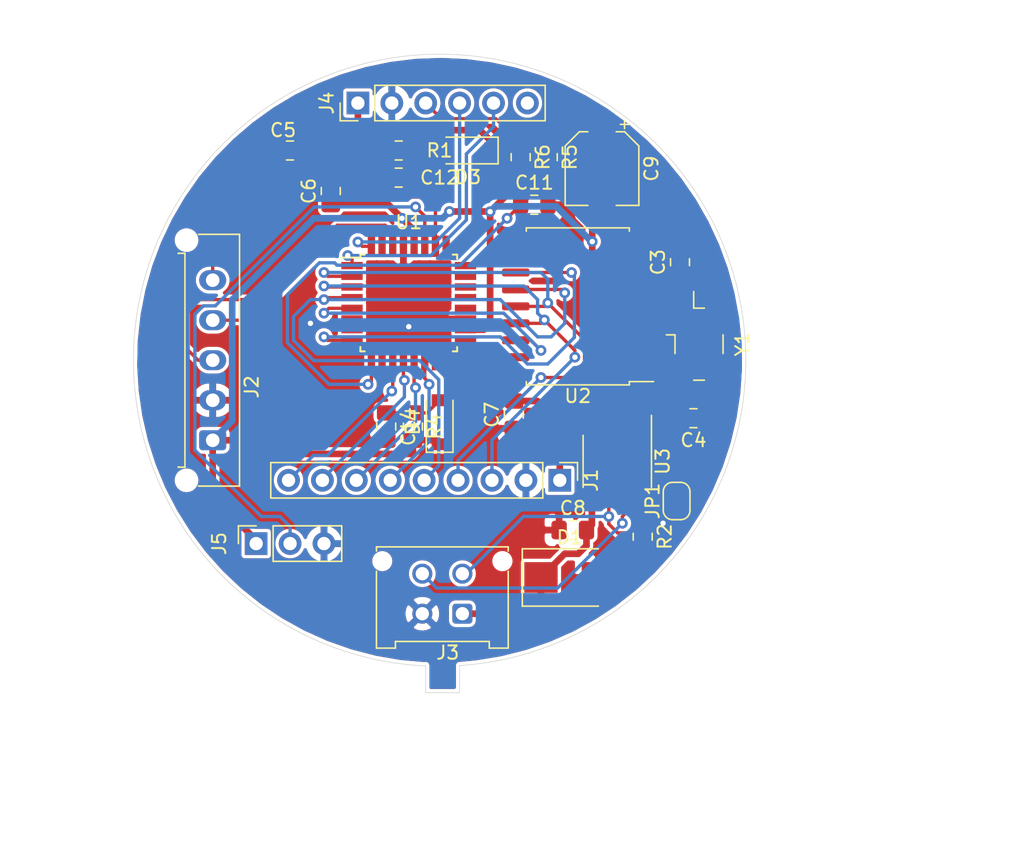
<source format=kicad_pcb>
(kicad_pcb (version 20171130) (host pcbnew "(5.1.12-1-10_14)")
  (layers (0 F.Cu signal) (31 B.Cu signal) (34 B.Paste user) (35 F.Paste user) (36 B.SilkS user) (37 F.SilkS user) (38 B.Mask user) (39 F.Mask user) (44 Edge.Cuts user))
  (net 0 "")
  (net 1 "Net-(U2-Pad2)")
  (net 2 "Net-(U2-Pad1)")
  (net 3 GND)
  (net 4 "Net-(C3-Pad1)")
  (net 5 "Net-(C4-Pad1)")
  (net 6 D6)
  (net 7 D7)
  (net 8 SCK)
  (net 9 MOSI)
  (net 10 MISO)
  (net 11 +5V)
  (net 12 CAN_H)
  (net 13 "Net-(JP1-Pad1)")
  (net 14 RESET)
  (net 15 CAN_L)
  (net 16 D2)
  (net 17 TXD)
  (net 18 RXD)
  (net 19 SCL)
  (net 20 SDA)
  (net 21 SS)
  (net 22 D9)
  (net 23 D8)
  (net 24 D3)
  (net 25 "Net-(C5-Pad1)")
  (net 26 KEY)
  (net 27 "Net-(C14-Pad1)")
  (net 28 UPDI)
  (module Crystal:Crystal_SMD_EuroQuartz_MJ-4Pin_5.0x3.2mm_HandSoldering (layer F.Cu) (at 176.431 90.717 270)
    (fp_text reference Y1 (at 0 -3.25 90) (layer F.SilkS))
    (fp_text value Crystal_GND24)
    (pad 4 smd rect (at -2.325 -1.425 270) (size 2.85 1.65) (layers F.Cu F.Paste F.Mask) (net 3 GND))
    (pad 3 smd rect (at 2.325 -1.425 270) (size 2.85 1.65) (layers F.Cu F.Paste F.Mask) (net 5 "Net-(C4-Pad1)"))
    (pad 2 smd rect (at 2.325 1.425 270) (size 2.85 1.65) (layers F.Cu F.Paste F.Mask) (net 3 GND))
    (pad 1 smd rect (at -2.325 1.425 270) (size 2.85 1.65) (layers F.Cu F.Paste F.Mask) (net 4 "Net-(C3-Pad1)"))
  )
  (module Package_SO:SOIC-18W_7.5x11.6mm_P1.27mm (layer F.Cu) (at 167.35 87.884 180)
    (fp_text reference U2 (at 0 -6.72) (layer F.SilkS))
    (fp_text value MCP2515-xSO)
    (pad 18 smd roundrect (at 4.65 -5.08 180) (size 2.05 0.6) (layers F.Cu F.Paste F.Mask) (net 11 +5V))
    (pad 17 smd roundrect (at 4.65 -3.81 180) (size 2.05 0.6) (layers F.Cu F.Paste F.Mask) (net 27 "Net-(C14-Pad1)"))
    (pad 16 smd roundrect (at 4.65 -2.54 180) (size 2.05 0.6) (layers F.Cu F.Paste F.Mask) (net 21 SS))
    (pad 15 smd roundrect (at 4.65 -1.27 180) (size 2.05 0.6) (layers F.Cu F.Paste F.Mask) (net 10 MISO))
    (pad 14 smd roundrect (at 4.65 0 180) (size 2.05 0.6) (layers F.Cu F.Paste F.Mask) (net 9 MOSI))
    (pad 13 smd roundrect (at 4.65 1.27 180) (size 2.05 0.6) (layers F.Cu F.Paste F.Mask) (net 8 SCK))
    (pad 12 smd roundrect (at 4.65 2.54 180) (size 2.05 0.6) (layers F.Cu F.Paste F.Mask) (net 16 D2))
    (pad 11 smd roundrect (at 4.65 3.81 180) (size 2.05 0.6) (layers F.Cu F.Paste F.Mask))
    (pad 10 smd roundrect (at 4.65 5.08 180) (size 2.05 0.6) (layers F.Cu F.Paste F.Mask))
    (pad 9 smd roundrect (at -4.65 5.08 180) (size 2.05 0.6) (layers F.Cu F.Paste F.Mask) (net 3 GND))
    (pad 8 smd roundrect (at -4.65 3.81 180) (size 2.05 0.6) (layers F.Cu F.Paste F.Mask) (net 4 "Net-(C3-Pad1)"))
    (pad 7 smd roundrect (at -4.65 2.54 180) (size 2.05 0.6) (layers F.Cu F.Paste F.Mask) (net 5 "Net-(C4-Pad1)"))
    (pad 6 smd roundrect (at -4.65 1.27 180) (size 2.05 0.6) (layers F.Cu F.Paste F.Mask))
    (pad 5 smd roundrect (at -4.65 0 180) (size 2.05 0.6) (layers F.Cu F.Paste F.Mask))
    (pad 4 smd roundrect (at -4.65 -1.27 180) (size 2.05 0.6) (layers F.Cu F.Paste F.Mask))
    (pad 3 smd roundrect (at -4.65 -2.54 180) (size 2.05 0.6) (layers F.Cu F.Paste F.Mask))
    (pad 2 smd roundrect (at -4.65 -3.81 180) (size 2.05 0.6) (layers F.Cu F.Paste F.Mask) (net 1 "Net-(U2-Pad2)"))
    (pad 1 smd roundrect (at -4.65 -5.08 180) (size 2.05 0.6) (layers F.Cu F.Paste F.Mask) (net 2 "Net-(U2-Pad1)"))
  )
  (module Connector_PinSocket_2.54mm:PinSocket_1x03_P2.54mm_Vertical (layer F.Cu) (at 143.256 105.664 90)
    (fp_text reference J5 (at 0 -2.77 90) (layer F.SilkS))
    (fp_text value Conn_01x03)
    (pad 3 thru_hole oval (at 0 5.08 90) (size 1.7 1.7) (drill 1) (layers *.Cu *.Mask) (net 3 GND))
    (pad 2 thru_hole oval (at 0 2.54 90) (size 1.7 1.7) (drill 1) (layers *.Cu *.Mask) (net 28 UPDI))
    (pad 1 thru_hole rect (at 0 0 90) (size 1.7 1.7) (drill 1) (layers *.Cu *.Mask) (net 11 +5V))
  )
  (module Package_QFP:TQFP-32_7x7mm_P0.8mm (layer F.Cu) (at 154.686 87.63)
    (fp_text reference U1 (at 0 -6.05) (layer F.SilkS))
    (fp_text value ATmega4808-A)
    (pad 32 smd rect (at -2.8 -4.25 90) (size 1.6 0.55) (layers F.Cu F.Paste F.Mask) (net 20 SDA))
    (pad 31 smd rect (at -2 -4.25 90) (size 1.6 0.55) (layers F.Cu F.Paste F.Mask) (net 18 RXD))
    (pad 30 smd rect (at -1.2 -4.25 90) (size 1.6 0.55) (layers F.Cu F.Paste F.Mask) (net 17 TXD))
    (pad 29 smd rect (at -0.4 -4.25 90) (size 1.6 0.55) (layers F.Cu F.Paste F.Mask) (net 3 GND))
    (pad 28 smd rect (at 0.4 -4.25 90) (size 1.6 0.55) (layers F.Cu F.Paste F.Mask) (net 11 +5V))
    (pad 27 smd rect (at 1.2 -4.25 90) (size 1.6 0.55) (layers F.Cu F.Paste F.Mask) (net 28 UPDI))
    (pad 26 smd rect (at 2 -4.25 90) (size 1.6 0.55) (layers F.Cu F.Paste F.Mask) (net 14 RESET))
    (pad 25 smd rect (at 2.8 -4.25 90) (size 1.6 0.55) (layers F.Cu F.Paste F.Mask))
    (pad 24 smd rect (at 4.25 -2.8) (size 1.6 0.55) (layers F.Cu F.Paste F.Mask))
    (pad 23 smd rect (at 4.25 -2) (size 1.6 0.55) (layers F.Cu F.Paste F.Mask))
    (pad 22 smd rect (at 4.25 -1.2) (size 1.6 0.55) (layers F.Cu F.Paste F.Mask))
    (pad 21 smd rect (at 4.25 -0.4) (size 1.6 0.55) (layers F.Cu F.Paste F.Mask))
    (pad 20 smd rect (at 4.25 0.4) (size 1.6 0.55) (layers F.Cu F.Paste F.Mask))
    (pad 19 smd rect (at 4.25 1.2) (size 1.6 0.55) (layers F.Cu F.Paste F.Mask) (net 3 GND))
    (pad 18 smd rect (at 4.25 2) (size 1.6 0.55) (layers F.Cu F.Paste F.Mask) (net 11 +5V))
    (pad 17 smd rect (at 4.25 2.8) (size 1.6 0.55) (layers F.Cu F.Paste F.Mask))
    (pad 16 smd rect (at 2.8 4.25 90) (size 1.6 0.55) (layers F.Cu F.Paste F.Mask))
    (pad 15 smd rect (at 2 4.25 90) (size 1.6 0.55) (layers F.Cu F.Paste F.Mask))
    (pad 14 smd rect (at 1.2 4.25 90) (size 1.6 0.55) (layers F.Cu F.Paste F.Mask) (net 22 D9))
    (pad 13 smd rect (at 0.4 4.25 90) (size 1.6 0.55) (layers F.Cu F.Paste F.Mask) (net 23 D8))
    (pad 12 smd rect (at -0.4 4.25 90) (size 1.6 0.55) (layers F.Cu F.Paste F.Mask) (net 7 D7))
    (pad 11 smd rect (at -1.2 4.25 90) (size 1.6 0.55) (layers F.Cu F.Paste F.Mask) (net 6 D6))
    (pad 10 smd rect (at -2 4.25 90) (size 1.6 0.55) (layers F.Cu F.Paste F.Mask))
    (pad 9 smd rect (at -2.8 4.25 90) (size 1.6 0.55) (layers F.Cu F.Paste F.Mask) (net 24 D3))
    (pad 8 smd rect (at -4.25 2.8) (size 1.6 0.55) (layers F.Cu F.Paste F.Mask) (net 16 D2))
    (pad 7 smd rect (at -4.25 2) (size 1.6 0.55) (layers F.Cu F.Paste F.Mask))
    (pad 6 smd rect (at -4.25 1.2) (size 1.6 0.55) (layers F.Cu F.Paste F.Mask))
    (pad 5 smd rect (at -4.25 0.4) (size 1.6 0.55) (layers F.Cu F.Paste F.Mask) (net 21 SS))
    (pad 4 smd rect (at -4.25 -0.4) (size 1.6 0.55) (layers F.Cu F.Paste F.Mask) (net 8 SCK))
    (pad 3 smd rect (at -4.25 -1.2) (size 1.6 0.55) (layers F.Cu F.Paste F.Mask) (net 10 MISO))
    (pad 2 smd rect (at -4.25 -2) (size 1.6 0.55) (layers F.Cu F.Paste F.Mask) (net 9 MOSI))
    (pad 1 smd rect (at -4.25 -2.8) (size 1.6 0.55) (layers F.Cu F.Paste F.Mask) (net 19 SCL))
  )
  (module Diode_SMD:D_SMB (layer F.Cu) (at 166.742 108.204)
    (fp_text reference D1 (at 0 -3) (layer F.SilkS))
    (fp_text value D_TVS)
    (pad 2 smd rect (at 2.15 0) (size 2.5 2.3) (layers F.Cu F.Paste F.Mask) (net 3 GND))
    (pad 1 smd rect (at -2.15 0) (size 2.5 2.3) (layers F.Cu F.Paste F.Mask) (net 11 +5V))
  )
  (module Capacitor_SMD:CP_Elec_5x3.9 (layer F.Cu) (at 169.164 77.556 270)
    (fp_text reference C9 (at 0 -3.7 90) (layer F.SilkS))
    (fp_text value CP)
    (pad 2 smd roundrect (at 2.2 0 270) (size 3 1.6) (layers F.Cu F.Paste F.Mask) (roundrect_rratio 0.15625) (net 3 GND))
    (pad 1 smd roundrect (at -2.2 0 270) (size 3 1.6) (layers F.Cu F.Paste F.Mask) (roundrect_rratio 0.15625) (net 11 +5V))
  )
  (module Connector_PinHeader_2.54mm:PinHeader_1x06_P2.54mm_Vertical (layer F.Cu) (at 150.876 72.644 90)
    (fp_text reference J4 (at 0 -2.33 90) (layer F.SilkS))
    (fp_text value Conn_01x06)
    (pad 6 thru_hole oval (at 0 12.7 90) (size 1.7 1.7) (drill 1) (layers *.Cu *.Mask))
    (pad 5 thru_hole oval (at 0 10.16 90) (size 1.7 1.7) (drill 1) (layers *.Cu *.Mask) (net 19 SCL))
    (pad 4 thru_hole oval (at 0 7.62 90) (size 1.7 1.7) (drill 1) (layers *.Cu *.Mask) (net 20 SDA))
    (pad 3 thru_hole oval (at 0 5.08 90) (size 1.7 1.7) (drill 1) (layers *.Cu *.Mask) (net 26 KEY))
    (pad 2 thru_hole oval (at 0 2.54 90) (size 1.7 1.7) (drill 1) (layers *.Cu *.Mask) (net 3 GND))
    (pad 1 thru_hole rect (at 0 0 90) (size 1.7 1.7) (drill 1) (layers *.Cu *.Mask) (net 11 +5V))
  )
  (module Connector_PinHeader_2.54mm:PinHeader_1x09_P2.54mm_Vertical (layer F.Cu) (at 166 100.92 270)
    (fp_text reference J1 (at 0 -2.33 90) (layer F.SilkS))
    (fp_text value Conn_01x09)
    (pad 9 thru_hole oval (at 0 20.32 270) (size 1.7 1.7) (drill 1) (layers *.Cu *.Mask) (net 6 D6))
    (pad 8 thru_hole oval (at 0 17.78 270) (size 1.7 1.7) (drill 1) (layers *.Cu *.Mask) (net 7 D7))
    (pad 7 thru_hole oval (at 0 15.24 270) (size 1.7 1.7) (drill 1) (layers *.Cu *.Mask) (net 23 D8))
    (pad 6 thru_hole oval (at 0 12.7 270) (size 1.7 1.7) (drill 1) (layers *.Cu *.Mask) (net 22 D9))
    (pad 5 thru_hole oval (at 0 10.16 270) (size 1.7 1.7) (drill 1) (layers *.Cu *.Mask) (net 8 SCK))
    (pad 4 thru_hole oval (at 0 7.62 270) (size 1.7 1.7) (drill 1) (layers *.Cu *.Mask) (net 9 MOSI))
    (pad 3 thru_hole oval (at 0 5.08 270) (size 1.7 1.7) (drill 1) (layers *.Cu *.Mask) (net 10 MISO))
    (pad 2 thru_hole oval (at 0 2.54 270) (size 1.7 1.7) (drill 1) (layers *.Cu *.Mask) (net 3 GND))
    (pad 1 thru_hole rect (at 0 0 270) (size 1.7 1.7) (drill 1) (layers *.Cu *.Mask) (net 11 +5V))
  )
  (module Resistor_SMD:R_0805_2012Metric_Pad1.15x1.40mm_HandSolder (layer F.Cu) (at 163.068 76.699 270)
    (fp_text reference R6 (at 0 -1.65 90) (layer F.SilkS))
    (fp_text value 1k)
    (pad 2 smd roundrect (at 1.025 0 270) (size 1.15 1.4) (layers F.Cu F.Paste F.Mask) (roundrect_rratio 0.2173904347826087) (net 11 +5V))
    (pad 1 smd roundrect (at -1.025 0 270) (size 1.15 1.4) (layers F.Cu F.Paste F.Mask) (roundrect_rratio 0.2173904347826087) (net 26 KEY))
  )
  (module Resistor_SMD:R_0805_2012Metric_Pad1.15x1.40mm_HandSolder (layer F.Cu) (at 165.1 76.699 270)
    (fp_text reference R5 (at 0 -1.65 90) (layer F.SilkS))
    (fp_text value 10k)
    (pad 2 smd roundrect (at 1.025 0 270) (size 1.15 1.4) (layers F.Cu F.Paste F.Mask) (roundrect_rratio 0.2173904347826087) (net 24 D3))
    (pad 1 smd roundrect (at -1.025 0 270) (size 1.15 1.4) (layers F.Cu F.Paste F.Mask) (roundrect_rratio 0.2173904347826087) (net 26 KEY))
  )
  (module Resistor_SMD:R_0805_2012Metric_Pad1.15x1.40mm_HandSolder (layer F.Cu) (at 155 96.895 270)
    (fp_text reference R4 (at 0 -1.65 90) (layer F.SilkS))
    (fp_text value 10k)
    (pad 2 smd roundrect (at 1.025 0 270) (size 1.15 1.4) (layers F.Cu F.Paste F.Mask) (roundrect_rratio 0.2173904347826087) (net 11 +5V))
    (pad 1 smd roundrect (at -1.025 0 270) (size 1.15 1.4) (layers F.Cu F.Paste F.Mask) (roundrect_rratio 0.2173904347826087) (net 27 "Net-(C14-Pad1)"))
  )
  (module Resistor_SMD:R_0805_2012Metric_Pad1.15x1.40mm_HandSolder (layer F.Cu) (at 172.212 105.147 270)
    (fp_text reference R2 (at 0 -1.65 90) (layer F.SilkS))
    (fp_text value 120)
    (pad 2 smd roundrect (at 1.025 0 270) (size 1.15 1.4) (layers F.Cu F.Paste F.Mask) (roundrect_rratio 0.2173904347826087) (net 13 "Net-(JP1-Pad1)"))
    (pad 1 smd roundrect (at -1.025 0 270) (size 1.15 1.4) (layers F.Cu F.Paste F.Mask) (roundrect_rratio 0.2173904347826087) (net 15 CAN_L))
  )
  (module Resistor_SMD:R_0805_2012Metric_Pad1.15x1.40mm_HandSolder (layer F.Cu) (at 153.933 76.2)
    (fp_text reference R1 (at 3.057 0) (layer F.SilkS))
    (fp_text value 10k)
    (pad 2 smd roundrect (at 1.025 0) (size 1.15 1.4) (layers F.Cu F.Paste F.Mask) (roundrect_rratio 0.2173904347826087) (net 14 RESET))
    (pad 1 smd roundrect (at -1.025 0) (size 1.15 1.4) (layers F.Cu F.Paste F.Mask) (roundrect_rratio 0.2173904347826087) (net 11 +5V))
  )
  (module Jumper:SolderJumper-2_P1.3mm_Open_RoundedPad1.0x1.5mm (layer F.Cu) (at 174.752 102.474 90)
    (fp_text reference JP1 (at 0 -1.8 90) (layer F.SilkS))
    (fp_text value Jumper_NC_Small)
    (pad 2 smd custom (at 0.65 0 90) (size 1 0.5) (layers F.Cu F.Mask) (net 12 CAN_H) (options (clearance outline) (anchor rect)) (primitives (gr_circle (center 0 0.25) (end 0.5 0.25) (width 0)) (gr_circle (center 0 -0.25) (end 0.5 -0.25) (width 0)) (gr_poly (pts (xy 0 -0.75) (xy -0.5 -0.75) (xy -0.5 0.75) (xy 0 0.75)) (width 0))))
    (pad 1 smd custom (at -0.65 0 90) (size 1 0.5) (layers F.Cu F.Mask) (net 13 "Net-(JP1-Pad1)") (options (clearance outline) (anchor rect)) (primitives (gr_circle (center 0 0.25) (end 0.5 0.25) (width 0)) (gr_circle (center 0 -0.25) (end 0.5 -0.25) (width 0)) (gr_poly (pts (xy 0 -0.75) (xy 0.5 -0.75) (xy 0.5 0.75) (xy 0 0.75)) (width 0))))
  )
  (module Diode_SMD:D_SOD-123 (layer F.Cu) (at 157 96.57 90)
    (fp_text reference D4 (at 0 -2 90) (layer F.SilkS))
    (fp_text value 1N5818)
    (pad 2 smd rect (at 1.65 0 90) (size 0.9 1.2) (layers F.Cu F.Paste F.Mask) (net 27 "Net-(C14-Pad1)"))
    (pad 1 smd rect (at -1.65 0 90) (size 0.9 1.2) (layers F.Cu F.Paste F.Mask) (net 11 +5V))
  )
  (module Diode_SMD:D_SOD-123 (layer F.Cu) (at 159.13 76.2 180)
    (fp_text reference D3 (at 0 -2) (layer F.SilkS))
    (fp_text value 1N5818)
    (pad 2 smd rect (at 1.65 0 180) (size 0.9 1.2) (layers F.Cu F.Paste F.Mask) (net 14 RESET))
    (pad 1 smd rect (at -1.65 0 180) (size 0.9 1.2) (layers F.Cu F.Paste F.Mask) (net 11 +5V))
  )
  (module Capacitor_SMD:C_0805_2012Metric_Pad1.15x1.40mm_HandSolder (layer F.Cu) (at 153 96.895 270)
    (fp_text reference C14 (at 0 -1.65 90) (layer F.SilkS))
    (fp_text value 4.7nF)
    (pad 2 smd roundrect (at 1.025 0 270) (size 1.15 1.4) (layers F.Cu F.Paste F.Mask) (roundrect_rratio 0.2173904347826087) (net 3 GND))
    (pad 1 smd roundrect (at -1.025 0 270) (size 1.15 1.4) (layers F.Cu F.Paste F.Mask) (roundrect_rratio 0.2173904347826087) (net 27 "Net-(C14-Pad1)"))
  )
  (module Capacitor_SMD:C_0805_2012Metric_Pad1.15x1.40mm_HandSolder (layer F.Cu) (at 153.933 78.232)
    (fp_text reference C12 (at 3.057 0) (layer F.SilkS))
    (fp_text value 4.7nF)
    (pad 2 smd roundrect (at 1.025 0) (size 1.15 1.4) (layers F.Cu F.Paste F.Mask) (roundrect_rratio 0.2173904347826087) (net 14 RESET))
    (pad 1 smd roundrect (at -1.025 0) (size 1.15 1.4) (layers F.Cu F.Paste F.Mask) (roundrect_rratio 0.2173904347826087) (net 3 GND))
  )
  (module Capacitor_SMD:C_0805_2012Metric_Pad1.15x1.40mm_HandSolder (layer F.Cu) (at 164.093 80.264)
    (fp_text reference C11 (at 0 -1.65) (layer F.SilkS))
    (fp_text value 100n)
    (pad 2 smd roundrect (at 1.025 0) (size 1.15 1.4) (layers F.Cu F.Paste F.Mask) (roundrect_rratio 0.2173904347826087) (net 3 GND))
    (pad 1 smd roundrect (at -1.025 0) (size 1.15 1.4) (layers F.Cu F.Paste F.Mask) (roundrect_rratio 0.2173904347826087) (net 24 D3))
  )
  (module Capacitor_SMD:C_0805_2012Metric_Pad1.15x1.40mm_HandSolder (layer F.Cu) (at 166.975 104.648)
    (fp_text reference C8 (at 0 -1.65) (layer F.SilkS))
    (fp_text value 100n)
    (pad 2 smd roundrect (at 1.025 0) (size 1.15 1.4) (layers F.Cu F.Paste F.Mask) (roundrect_rratio 0.2173904347826087) (net 11 +5V))
    (pad 1 smd roundrect (at -1.025 0) (size 1.15 1.4) (layers F.Cu F.Paste F.Mask) (roundrect_rratio 0.2173904347826087) (net 3 GND))
  )
  (module Capacitor_SMD:C_0805_2012Metric_Pad1.15x1.40mm_HandSolder (layer F.Cu) (at 162.56 96.003 90)
    (fp_text reference C7 (at 0 -1.65 90) (layer F.SilkS))
    (fp_text value 100n)
    (pad 2 smd roundrect (at 1.025 0 90) (size 1.15 1.4) (layers F.Cu F.Paste F.Mask) (roundrect_rratio 0.2173904347826087) (net 11 +5V))
    (pad 1 smd roundrect (at -1.025 0 90) (size 1.15 1.4) (layers F.Cu F.Paste F.Mask) (roundrect_rratio 0.2173904347826087) (net 3 GND))
  )
  (module Capacitor_SMD:C_0805_2012Metric_Pad1.15x1.40mm_HandSolder (layer F.Cu) (at 148.844 79.239 90)
    (fp_text reference C6 (at 0 -1.65 90) (layer F.SilkS))
    (fp_text value 100n)
    (pad 2 smd roundrect (at 1.025 0 90) (size 1.15 1.4) (layers F.Cu F.Paste F.Mask) (roundrect_rratio 0.2173904347826087) (net 3 GND))
    (pad 1 smd roundrect (at -1.025 0 90) (size 1.15 1.4) (layers F.Cu F.Paste F.Mask) (roundrect_rratio 0.2173904347826087) (net 11 +5V))
  )
  (module Capacitor_SMD:C_0805_2012Metric_Pad1.15x1.40mm_HandSolder (layer F.Cu) (at 145.787 76.2)
    (fp_text reference C5 (at -0.517 -1.524) (layer F.SilkS))
    (fp_text value 100n)
    (pad 2 smd roundrect (at 1.025 0) (size 1.15 1.4) (layers F.Cu F.Paste F.Mask) (roundrect_rratio 0.2173904347826087) (net 14 RESET))
    (pad 1 smd roundrect (at -1.025 0) (size 1.15 1.4) (layers F.Cu F.Paste F.Mask) (roundrect_rratio 0.2173904347826087) (net 25 "Net-(C5-Pad1)"))
  )
  (module Capacitor_SMD:C_0805_2012Metric_Pad1.15x1.40mm_HandSolder (layer F.Cu) (at 176.013 96.266 180)
    (fp_text reference C4 (at 0 -1.65) (layer F.SilkS))
    (fp_text value 22p)
    (pad 2 smd roundrect (at 1.025 0 180) (size 1.15 1.4) (layers F.Cu F.Paste F.Mask) (roundrect_rratio 0.2173904347826087) (net 3 GND))
    (pad 1 smd roundrect (at -1.025 0 180) (size 1.15 1.4) (layers F.Cu F.Paste F.Mask) (roundrect_rratio 0.2173904347826087) (net 5 "Net-(C4-Pad1)"))
  )
  (module Capacitor_SMD:C_0805_2012Metric_Pad1.15x1.40mm_HandSolder (layer F.Cu) (at 175.006 84.573 90)
    (fp_text reference C3 (at 0 -1.65 90) (layer F.SilkS))
    (fp_text value 22p)
    (pad 2 smd roundrect (at 1.025 0 90) (size 1.15 1.4) (layers F.Cu F.Paste F.Mask) (roundrect_rratio 0.2173904347826087) (net 3 GND))
    (pad 1 smd roundrect (at -1.025 0 90) (size 1.15 1.4) (layers F.Cu F.Paste F.Mask) (roundrect_rratio 0.2173904347826087) (net 4 "Net-(C3-Pad1)"))
  )
  (module Package_SO:SOIC-8_3.9x4.9mm_P1.27mm (layer F.Cu) (at 170.307 99.503 270)
    (fp_text reference U3 (at 0 -3.4 90) (layer F.SilkS))
    (fp_text value MCP2562-E-SN)
    (pad 8 smd roundrect (at 2.475 -1.905 270) (size 1.95 0.6) (layers F.Cu F.Paste F.Mask) (net 3 GND))
    (pad 7 smd roundrect (at 2.475 -0.635 270) (size 1.95 0.6) (layers F.Cu F.Paste F.Mask) (net 12 CAN_H))
    (pad 6 smd roundrect (at 2.475 0.635 270) (size 1.95 0.6) (layers F.Cu F.Paste F.Mask) (net 15 CAN_L))
    (pad 5 smd roundrect (at 2.475 1.905 270) (size 1.95 0.6) (layers F.Cu F.Paste F.Mask) (net 11 +5V))
    (pad 4 smd roundrect (at -2.475 1.905 270) (size 1.95 0.6) (layers F.Cu F.Paste F.Mask) (net 1 "Net-(U2-Pad2)"))
    (pad 3 smd roundrect (at -2.475 0.635 270) (size 1.95 0.6) (layers F.Cu F.Paste F.Mask) (net 11 +5V))
    (pad 2 smd roundrect (at -2.475 -0.635 270) (size 1.95 0.6) (layers F.Cu F.Paste F.Mask) (net 3 GND))
    (pad 1 smd roundrect (at -2.475 -1.905 270) (size 1.95 0.6) (layers F.Cu F.Paste F.Mask) (net 2 "Net-(U2-Pad1)"))
  )
  (module Connector_Molex:Molex_Micro-Fit_3.0_43045-0412_2x02_P3.00mm_Vertical (layer F.Cu) (at 158.702 110.92 180)
    (fp_text reference J3 (at 1.095 -2.921) (layer F.SilkS))
    (fp_text value CAN)
    (pad 4 thru_hole circle (at 3 3 180) (size 1.5 1.5) (drill 1) (layers *.Cu *.Mask) (net 12 CAN_H))
    (pad 3 thru_hole circle (at 0 3 180) (size 1.5 1.5) (drill 1) (layers *.Cu *.Mask) (net 15 CAN_L))
    (pad 2 thru_hole circle (at 3 0 180) (size 1.5 1.5) (drill 1) (layers *.Cu *.Mask) (net 3 GND))
    (pad 1 thru_hole roundrect (at 0 0 180) (size 1.5 1.5) (drill 1) (layers *.Cu *.Mask) (roundrect_rratio 0.1666666666666667) (net 11 +5V))
    (pad "" np_thru_hole circle (at 6 3.94 180) (size 1 1) (drill 1) (layers *.Cu *.Mask))
    (pad "" np_thru_hole circle (at -3 3.94 180) (size 1 1) (drill 1) (layers *.Cu *.Mask))
  )
  (module Connector_Molex:Molex_Micro-Fit_3.0_43650-0515_1x05_P3.00mm_Vertical (layer F.Cu) (at 140 97.92 90)
    (fp_text reference J2 (at 3.999 2.921 90) (layer F.SilkS))
    (fp_text value Prog/Serial)
    (pad 5 thru_hole oval (at 12 0 90) (size 1.5 2.02) (drill 1.02) (layers *.Cu *.Mask) (net 25 "Net-(C5-Pad1)"))
    (pad 4 thru_hole oval (at 9 0 90) (size 1.5 2.02) (drill 1.02) (layers *.Cu *.Mask) (net 18 RXD))
    (pad 3 thru_hole oval (at 6 0 90) (size 1.5 2.02) (drill 1.02) (layers *.Cu *.Mask) (net 17 TXD))
    (pad 2 thru_hole oval (at 3 0 90) (size 1.5 2.02) (drill 1.02) (layers *.Cu *.Mask) (net 3 GND))
    (pad 1 thru_hole roundrect (at 0 0 90) (size 1.5 2.02) (drill 1.02) (layers *.Cu *.Mask) (roundrect_rratio 0.1666666666666667) (net 11 +5V))
    (pad "" np_thru_hole circle (at 15 -1.96 90) (size 1.27 1.27) (drill 1.27) (layers *.Cu *.Mask))
    (pad "" np_thru_hole circle (at -3 -1.96 90) (size 1.27 1.27) (drill 1.27) (layers *.Cu *.Mask))
  )
  (gr_arc (start 157 91.92) (end 158.495999 114.807999) (angle -353.64872) (layer Edge.Cuts) (width 0.05))
  (gr_line (start 158.496 116.84) (end 158.496 114.808) (layer Edge.Cuts) (width 0.05))
  (gr_line (start 155.956 116.84) (end 158.496 116.84) (layer Edge.Cuts) (width 0.05))
  (gr_line (start 155.956 114.808) (end 155.956 116.84) (layer Edge.Cuts) (width 0.05))
  (segment (start 172 91.694) (end 171.45 91.694) (width 0.25) (layer F.Cu) (net 1))
  (segment (start 168.402 94.742) (end 168.402 97.028) (width 0.25) (layer F.Cu) (net 1))
  (segment (start 171.45 91.694) (end 168.402 94.742) (width 0.25) (layer F.Cu) (net 1))
  (segment (start 172 92.964) (end 172 94.276) (width 0.25) (layer F.Cu) (net 2))
  (segment (start 172.212 94.488) (end 172.212 97.028) (width 0.25) (layer F.Cu) (net 2))
  (segment (start 172 94.276) (end 172.212 94.488) (width 0.25) (layer F.Cu) (net 2))
  (via (at 173.736 104.14) (size 0.8) (drill 0.4) (layers F.Cu B.Cu) (net 3))
  (via (at 154.686 89.408) (size 0.8) (drill 0.4) (layers F.Cu B.Cu) (net 3))
  (via (at 147.32 89.154) (size 0.8) (drill 0.4) (layers F.Cu B.Cu) (net 3))
  (segment (start 173.482 84.074) (end 175.006 85.598) (width 0.25) (layer F.Cu) (net 4))
  (segment (start 172 84.074) (end 173.482 84.074) (width 0.25) (layer F.Cu) (net 4))
  (segment (start 175.006 85.598) (end 175.006 88.392) (width 0.25) (layer F.Cu) (net 4))
  (segment (start 176.92099 91.06899) (end 177.856 92.004) (width 0.25) (layer F.Cu) (net 5))
  (segment (start 170.928242 91.06899) (end 176.92099 91.06899) (width 0.25) (layer F.Cu) (net 5))
  (segment (start 170.64999 90.790738) (end 170.928242 91.06899) (width 0.25) (layer F.Cu) (net 5))
  (segment (start 170.64999 85.66901) (end 170.64999 90.790738) (width 0.25) (layer F.Cu) (net 5))
  (segment (start 170.975 85.344) (end 170.64999 85.66901) (width 0.25) (layer F.Cu) (net 5))
  (segment (start 177.856 92.004) (end 177.856 93.042) (width 0.25) (layer F.Cu) (net 5))
  (segment (start 172 85.344) (end 170.975 85.344) (width 0.25) (layer F.Cu) (net 5))
  (segment (start 177.856 95.448) (end 177.038 96.266) (width 0.25) (layer F.Cu) (net 5))
  (segment (start 177.856 93.042) (end 177.856 95.448) (width 0.25) (layer F.Cu) (net 5))
  (via (at 153.416 94.234) (size 0.8) (drill 0.4) (layers F.Cu B.Cu) (net 6))
  (segment (start 153.486 94.164) (end 153.416 94.234) (width 0.25) (layer F.Cu) (net 6))
  (segment (start 153.486 91.88) (end 153.486 94.164) (width 0.25) (layer F.Cu) (net 6))
  (segment (start 153.416 94.234) (end 148.59 99.06) (width 0.25) (layer B.Cu) (net 6))
  (segment (start 147.54 99.06) (end 145.68 100.92) (width 0.25) (layer B.Cu) (net 6))
  (segment (start 148.59 99.06) (end 147.54 99.06) (width 0.25) (layer B.Cu) (net 6))
  (via (at 154.361 93.425299) (size 0.8) (drill 0.4) (layers F.Cu B.Cu) (net 7))
  (segment (start 154.286 93.350299) (end 154.361 93.425299) (width 0.25) (layer F.Cu) (net 7))
  (segment (start 154.286 91.88) (end 154.286 93.350299) (width 0.25) (layer F.Cu) (net 7))
  (segment (start 154.361 93.425299) (end 154.361 94.671) (width 0.25) (layer B.Cu) (net 7))
  (segment (start 148.22 100.812) (end 148.22 100.92) (width 0.25) (layer B.Cu) (net 7))
  (segment (start 154.361 94.671) (end 148.22 100.812) (width 0.25) (layer B.Cu) (net 7))
  (via (at 148.336 87.376) (size 0.8) (drill 0.4) (layers F.Cu B.Cu) (net 8))
  (segment (start 148.482 87.23) (end 148.336 87.376) (width 0.25) (layer F.Cu) (net 8))
  (segment (start 150.436 87.23) (end 148.482 87.23) (width 0.25) (layer F.Cu) (net 8))
  (segment (start 148.336 87.376) (end 161.29 87.376) (width 0.25) (layer B.Cu) (net 8))
  (segment (start 161.29 87.376) (end 161.544 87.376) (width 0.25) (layer B.Cu) (net 8))
  (segment (start 161.544 87.376) (end 164.338 90.17) (width 0.25) (layer B.Cu) (net 8))
  (segment (start 164.338 90.17) (end 165.354 90.17) (width 0.25) (layer B.Cu) (net 8))
  (segment (start 165.354 90.17) (end 166.37 89.154) (width 0.25) (layer B.Cu) (net 8))
  (via (at 166.37 86.868) (size 0.8) (drill 0.4) (layers F.Cu B.Cu) (net 8))
  (segment (start 166.37 89.154) (end 166.37 86.868) (width 0.25) (layer B.Cu) (net 8))
  (segment (start 166.116 86.614) (end 166.37 86.868) (width 0.25) (layer F.Cu) (net 8))
  (segment (start 162.7 86.614) (end 166.116 86.614) (width 0.25) (layer F.Cu) (net 8))
  (segment (start 147.32 87.376) (end 147.770315 87.376) (width 0.25) (layer B.Cu) (net 8))
  (segment (start 147.770315 87.376) (end 148.336 87.376) (width 0.25) (layer B.Cu) (net 8))
  (segment (start 146.05 90.424) (end 146.05 88.646) (width 0.25) (layer B.Cu) (net 8))
  (segment (start 155.505002 91.948) (end 147.574 91.948) (width 0.25) (layer B.Cu) (net 8))
  (segment (start 156.935001 93.377999) (end 155.505002 91.948) (width 0.25) (layer B.Cu) (net 8))
  (segment (start 147.574 91.948) (end 146.05 90.424) (width 0.25) (layer B.Cu) (net 8))
  (segment (start 156.935001 99.824999) (end 156.935001 93.377999) (width 0.25) (layer B.Cu) (net 8))
  (segment (start 146.05 88.646) (end 147.32 87.376) (width 0.25) (layer B.Cu) (net 8))
  (segment (start 155.84 100.92) (end 156.935001 99.824999) (width 0.25) (layer B.Cu) (net 8))
  (via (at 148.336 85.344) (size 0.8) (drill 0.4) (layers F.Cu B.Cu) (net 9))
  (segment (start 148.622 85.63) (end 148.336 85.344) (width 0.25) (layer F.Cu) (net 9))
  (segment (start 150.436 85.63) (end 148.622 85.63) (width 0.25) (layer F.Cu) (net 9))
  (segment (start 148.336 85.344) (end 164.592 85.344) (width 0.25) (layer B.Cu) (net 9))
  (segment (start 164.592 85.344) (end 165.1 85.852) (width 0.25) (layer B.Cu) (net 9))
  (segment (start 165.1 85.852) (end 165.1 87.63) (width 0.25) (layer B.Cu) (net 9))
  (via (at 165.1 87.63) (size 0.8) (drill 0.4) (layers F.Cu B.Cu) (net 9))
  (segment (start 164.846 87.884) (end 165.1 87.63) (width 0.25) (layer F.Cu) (net 9))
  (segment (start 162.7 87.884) (end 164.846 87.884) (width 0.25) (layer F.Cu) (net 9))
  (segment (start 158.38 100.92) (end 158.38 99.43) (width 0.25) (layer B.Cu) (net 9))
  (via (at 164.587347 93.213347) (size 0.8) (drill 0.4) (layers F.Cu B.Cu) (net 9))
  (segment (start 164.587347 93.222653) (end 164.587347 93.213347) (width 0.25) (layer B.Cu) (net 9))
  (segment (start 158.38 99.43) (end 164.587347 93.222653) (width 0.25) (layer B.Cu) (net 9))
  (segment (start 167.857001 92.483693) (end 167.127347 93.213347) (width 0.25) (layer F.Cu) (net 9))
  (segment (start 165.1 87.63) (end 167.857001 90.387001) (width 0.25) (layer F.Cu) (net 9))
  (segment (start 167.857001 90.387001) (end 167.857001 92.483693) (width 0.25) (layer F.Cu) (net 9))
  (segment (start 164.587347 93.213347) (end 167.127347 93.213347) (width 0.25) (layer F.Cu) (net 9))
  (via (at 148.336 86.36) (size 0.8) (drill 0.4) (layers F.Cu B.Cu) (net 10))
  (segment (start 148.406 86.43) (end 148.336 86.36) (width 0.25) (layer F.Cu) (net 10))
  (segment (start 150.436 86.43) (end 148.406 86.43) (width 0.25) (layer F.Cu) (net 10))
  (segment (start 148.336 86.36) (end 163.322 86.36) (width 0.25) (layer B.Cu) (net 10))
  (segment (start 163.322 86.36) (end 164.338 87.376) (width 0.25) (layer B.Cu) (net 10))
  (segment (start 164.338 87.376) (end 164.338 88.392) (width 0.25) (layer B.Cu) (net 10))
  (via (at 164.846 88.9) (size 0.8) (drill 0.4) (layers F.Cu B.Cu) (net 10))
  (segment (start 164.338 88.392) (end 164.846 88.9) (width 0.25) (layer B.Cu) (net 10))
  (segment (start 164.592 89.154) (end 164.846 88.9) (width 0.25) (layer F.Cu) (net 10))
  (segment (start 162.7 89.154) (end 164.592 89.154) (width 0.25) (layer F.Cu) (net 10))
  (segment (start 160.92 100.92) (end 160.92 97.906) (width 0.25) (layer B.Cu) (net 10))
  (via (at 167.132 91.694) (size 0.8) (drill 0.4) (layers F.Cu B.Cu) (net 10))
  (segment (start 160.92 97.906) (end 167.132 91.694) (width 0.25) (layer B.Cu) (net 10))
  (segment (start 167.132 91.186) (end 167.132 91.694) (width 0.25) (layer F.Cu) (net 10))
  (segment (start 164.846 88.9) (end 167.132 91.186) (width 0.25) (layer F.Cu) (net 10))
  (segment (start 148.844 80.264) (end 153.162 80.264) (width 0.5) (layer F.Cu) (net 11))
  (segment (start 155.086 82.188) (end 155.086 83.38) (width 0.5) (layer F.Cu) (net 11))
  (segment (start 156.7 97.92) (end 157 98.22) (width 0.5) (layer F.Cu) (net 11))
  (segment (start 155 97.92) (end 156.7 97.92) (width 0.5) (layer F.Cu) (net 11))
  (segment (start 157 98.22) (end 158.066 98.22) (width 0.5) (layer F.Cu) (net 11))
  (segment (start 161.308 94.978) (end 162.56 94.978) (width 0.5) (layer F.Cu) (net 11))
  (segment (start 158.066 98.22) (end 161.308 94.978) (width 0.5) (layer F.Cu) (net 11))
  (segment (start 162.56 93.104) (end 162.7 92.964) (width 0.5) (layer F.Cu) (net 11))
  (segment (start 162.56 94.978) (end 162.56 93.104) (width 0.5) (layer F.Cu) (net 11))
  (segment (start 159.29 89.63) (end 159.322 89.662) (width 0.5) (layer F.Cu) (net 11))
  (segment (start 158.936 89.63) (end 159.29 89.63) (width 0.5) (layer F.Cu) (net 11))
  (segment (start 162.56 94.978) (end 164.32 94.978) (width 0.5) (layer F.Cu) (net 11))
  (segment (start 164.32 94.978) (end 166 96.658) (width 0.5) (layer F.Cu) (net 11))
  (segment (start 169.672 97.028) (end 169.672 98.552) (width 0.5) (layer F.Cu) (net 11))
  (segment (start 166 98.944) (end 166 100.92) (width 0.5) (layer F.Cu) (net 11))
  (segment (start 169.672 98.552) (end 169.28 98.944) (width 0.5) (layer F.Cu) (net 11))
  (segment (start 166 96.658) (end 166 98.944) (width 0.5) (layer F.Cu) (net 11))
  (segment (start 168.402 99.082) (end 168.54 98.944) (width 0.5) (layer F.Cu) (net 11))
  (segment (start 168.402 101.978) (end 168.402 99.082) (width 0.5) (layer F.Cu) (net 11))
  (segment (start 168.54 98.944) (end 166 98.944) (width 0.5) (layer F.Cu) (net 11))
  (segment (start 169.28 98.944) (end 168.54 98.944) (width 0.5) (layer F.Cu) (net 11))
  (segment (start 168.402 104.246) (end 168 104.648) (width 0.5) (layer F.Cu) (net 11))
  (segment (start 168.402 101.978) (end 168.402 104.246) (width 0.5) (layer F.Cu) (net 11))
  (segment (start 164.592 108.204) (end 166.37 106.426) (width 0.5) (layer F.Cu) (net 11))
  (segment (start 166.37 106.426) (end 167.386 106.426) (width 0.5) (layer F.Cu) (net 11))
  (segment (start 168 105.812) (end 168 104.648) (width 0.5) (layer F.Cu) (net 11))
  (segment (start 167.386 106.426) (end 168 105.812) (width 0.5) (layer F.Cu) (net 11))
  (segment (start 158.702 110.92) (end 163.654 110.92) (width 0.5) (layer F.Cu) (net 11))
  (segment (start 164.592 109.982) (end 164.592 108.204) (width 0.5) (layer F.Cu) (net 11))
  (segment (start 163.654 110.92) (end 164.592 109.982) (width 0.5) (layer F.Cu) (net 11))
  (segment (start 166 95.15388) (end 168.432011 92.721869) (width 0.5) (layer F.Cu) (net 11))
  (segment (start 166 96.658) (end 166 95.15388) (width 0.5) (layer F.Cu) (net 11))
  (segment (start 163.068 78.994) (end 163.068 77.724) (width 0.5) (layer F.Cu) (net 11))
  (segment (start 160.78 76.2) (end 160.782 76.2) (width 0.5) (layer F.Cu) (net 11))
  (segment (start 162.306 77.724) (end 163.068 77.724) (width 0.5) (layer F.Cu) (net 11))
  (segment (start 160.782 76.2) (end 162.306 77.724) (width 0.5) (layer F.Cu) (net 11))
  (segment (start 162.573034 78.994) (end 160.782 80.785034) (width 0.5) (layer F.Cu) (net 11))
  (segment (start 163.068 78.994) (end 162.573034 78.994) (width 0.5) (layer F.Cu) (net 11))
  (segment (start 160.782 80.785034) (end 160.782 89.154) (width 0.5) (layer F.Cu) (net 11))
  (segment (start 160.306 89.63) (end 158.936 89.63) (width 0.5) (layer F.Cu) (net 11))
  (segment (start 160.782 89.154) (end 160.306 89.63) (width 0.5) (layer F.Cu) (net 11))
  (segment (start 150.876 72.644) (end 150.876 75.438) (width 0.5) (layer F.Cu) (net 11))
  (segment (start 151.638 76.2) (end 152.908 76.2) (width 0.5) (layer F.Cu) (net 11))
  (segment (start 150.876 75.438) (end 151.638 76.2) (width 0.5) (layer F.Cu) (net 11))
  (segment (start 152.908 76.2) (end 152.908 75.438) (width 0.5) (layer F.Cu) (net 11))
  (segment (start 152.908 75.438) (end 153.67 74.676) (width 0.5) (layer F.Cu) (net 11))
  (segment (start 153.67 74.676) (end 160.02 74.676) (width 0.5) (layer F.Cu) (net 11))
  (segment (start 160.78 75.436) (end 160.78 76.2) (width 0.5) (layer F.Cu) (net 11))
  (segment (start 160.02 74.676) (end 160.78 75.436) (width 0.5) (layer F.Cu) (net 11))
  (segment (start 154.178 81.28) (end 155.086 82.188) (width 0.5) (layer F.Cu) (net 11))
  (via (at 154.178 81.28) (size 0.8) (drill 0.4) (layers F.Cu B.Cu) (net 11))
  (segment (start 153.162 80.264) (end 154.178 81.28) (width 0.5) (layer F.Cu) (net 11))
  (via (at 160.782 80.785034) (size 0.8) (drill 0.4) (layers F.Cu B.Cu) (net 11))
  (segment (start 154.178 81.28) (end 157.226 81.28) (width 0.5) (layer B.Cu) (net 11))
  (via (at 157.734 80.772) (size 0.8) (drill 0.4) (layers F.Cu B.Cu) (net 11))
  (segment (start 157.226 81.28) (end 157.734 80.772) (width 0.5) (layer B.Cu) (net 11))
  (segment (start 160.768966 80.772) (end 160.782 80.785034) (width 0.5) (layer F.Cu) (net 11))
  (segment (start 157.734 80.772) (end 160.768966 80.772) (width 0.5) (layer F.Cu) (net 11))
  (segment (start 141.46001 96.45999) (end 140 97.92) (width 0.5) (layer B.Cu) (net 11))
  (segment (start 141.46001 87.39399) (end 141.46001 96.45999) (width 0.5) (layer B.Cu) (net 11))
  (segment (start 147.574 81.28) (end 141.46001 87.39399) (width 0.5) (layer B.Cu) (net 11))
  (segment (start 154.178 81.28) (end 147.574 81.28) (width 0.5) (layer B.Cu) (net 11))
  (segment (start 161.181999 80.385035) (end 165.729035 80.385035) (width 0.5) (layer B.Cu) (net 11))
  (segment (start 160.782 80.785034) (end 161.181999 80.385035) (width 0.5) (layer B.Cu) (net 11))
  (segment (start 168.371989 83.027989) (end 168.432011 83.027989) (width 0.5) (layer B.Cu) (net 11))
  (via (at 168.432011 83.027989) (size 0.8) (drill 0.4) (layers F.Cu B.Cu) (net 11))
  (segment (start 165.729035 80.385035) (end 168.371989 83.027989) (width 0.5) (layer B.Cu) (net 11))
  (segment (start 168.432011 83.027989) (end 168.432011 81.813977) (width 0.5) (layer F.Cu) (net 11))
  (segment (start 168.432011 92.721869) (end 168.432011 83.027989) (width 0.5) (layer F.Cu) (net 11))
  (segment (start 168.432011 81.813977) (end 167.64 81.021966) (width 0.5) (layer F.Cu) (net 11))
  (segment (start 167.64 81.021966) (end 167.64 75.946) (width 0.5) (layer F.Cu) (net 11))
  (segment (start 168.23 75.356) (end 169.164 75.356) (width 0.5) (layer F.Cu) (net 11))
  (segment (start 167.64 75.946) (end 168.23 75.356) (width 0.5) (layer F.Cu) (net 11))
  (segment (start 143.256 105.664) (end 143.256 105.41) (width 0.5) (layer F.Cu) (net 11))
  (segment (start 140 102.154) (end 140 97.92) (width 0.5) (layer F.Cu) (net 11))
  (segment (start 143.256 105.41) (end 140 102.154) (width 0.5) (layer F.Cu) (net 11))
  (segment (start 155 97.92) (end 155 98.746) (width 0.5) (layer F.Cu) (net 11))
  (segment (start 154.80099 98.94501) (end 142.37901 98.94501) (width 0.5) (layer F.Cu) (net 11))
  (segment (start 155 98.746) (end 154.80099 98.94501) (width 0.5) (layer F.Cu) (net 11))
  (segment (start 141.354 97.92) (end 140 97.92) (width 0.5) (layer F.Cu) (net 11))
  (segment (start 142.37901 98.94501) (end 141.354 97.92) (width 0.5) (layer F.Cu) (net 11))
  (segment (start 174.752 101.824) (end 173.004 100.076) (width 0.25) (layer F.Cu) (net 12))
  (segment (start 173.004 100.076) (end 171.704 100.076) (width 0.25) (layer F.Cu) (net 12))
  (segment (start 170.942 100.838) (end 170.942 101.978) (width 0.25) (layer F.Cu) (net 12))
  (segment (start 171.704 100.076) (end 170.942 100.838) (width 0.25) (layer F.Cu) (net 12))
  (segment (start 170.942 101.978) (end 170.942 103.378) (width 0.25) (layer F.Cu) (net 12))
  (segment (start 170.942 103.378) (end 170.688 103.632) (width 0.25) (layer F.Cu) (net 12))
  (via (at 170.688 104.14) (size 0.8) (drill 0.4) (layers F.Cu B.Cu) (net 12))
  (segment (start 170.688 103.632) (end 170.688 104.14) (width 0.25) (layer F.Cu) (net 12))
  (segment (start 165.832999 108.995001) (end 170.688 104.14) (width 0.25) (layer B.Cu) (net 12))
  (segment (start 156.777001 108.995001) (end 165.832999 108.995001) (width 0.25) (layer B.Cu) (net 12))
  (segment (start 155.702 107.92) (end 156.777001 108.995001) (width 0.25) (layer B.Cu) (net 12))
  (segment (start 172.212 106.172) (end 172.72 106.172) (width 0.25) (layer F.Cu) (net 13))
  (segment (start 174.752 104.14) (end 174.752 103.124) (width 0.25) (layer F.Cu) (net 13))
  (segment (start 172.72 106.172) (end 174.752 104.14) (width 0.25) (layer F.Cu) (net 13))
  (segment (start 154.958 78.232) (end 155.956 78.232) (width 0.25) (layer F.Cu) (net 14))
  (segment (start 155.956 78.232) (end 156.686 78.962) (width 0.25) (layer F.Cu) (net 14))
  (segment (start 154.958 76.2) (end 154.958 78.232) (width 0.25) (layer F.Cu) (net 14))
  (segment (start 157.48 76.2) (end 154.958 76.2) (width 0.25) (layer F.Cu) (net 14))
  (segment (start 146.812 76.2) (end 148.59 76.2) (width 0.25) (layer F.Cu) (net 14))
  (segment (start 156.65099 79.68899) (end 156.686 79.724) (width 0.25) (layer F.Cu) (net 14))
  (segment (start 152.07899 79.68899) (end 156.65099 79.68899) (width 0.25) (layer F.Cu) (net 14))
  (segment (start 156.686 79.724) (end 156.686 83.38) (width 0.25) (layer F.Cu) (net 14))
  (segment (start 148.59 76.2) (end 152.07899 79.68899) (width 0.25) (layer F.Cu) (net 14))
  (segment (start 156.686 78.962) (end 156.686 79.724) (width 0.25) (layer F.Cu) (net 14))
  (segment (start 169.672 101.978) (end 169.672 103.632) (width 0.25) (layer F.Cu) (net 15))
  (via (at 169.672 103.632) (size 0.8) (drill 0.4) (layers F.Cu B.Cu) (net 15))
  (segment (start 163.288 103.632) (end 159 107.92) (width 0.25) (layer B.Cu) (net 15))
  (segment (start 169.672 103.632) (end 163.288 103.632) (width 0.25) (layer B.Cu) (net 15))
  (segment (start 170.339999 104.865001) (end 169.672 104.197002) (width 0.25) (layer F.Cu) (net 15))
  (segment (start 169.672 104.197002) (end 169.672 103.632) (width 0.25) (layer F.Cu) (net 15))
  (segment (start 171.468999 104.865001) (end 170.339999 104.865001) (width 0.25) (layer F.Cu) (net 15))
  (segment (start 172.212 104.122) (end 171.468999 104.865001) (width 0.25) (layer F.Cu) (net 15))
  (segment (start 150.436 90.43) (end 148.596 90.43) (width 0.25) (layer F.Cu) (net 16))
  (via (at 148.336 90.17) (size 0.8) (drill 0.4) (layers F.Cu B.Cu) (net 16))
  (segment (start 148.596 90.43) (end 148.336 90.17) (width 0.25) (layer F.Cu) (net 16))
  (segment (start 148.336 90.17) (end 155.194 90.17) (width 0.25) (layer B.Cu) (net 16))
  (segment (start 155.194 90.17) (end 161.544 90.17) (width 0.25) (layer B.Cu) (net 16))
  (segment (start 161.544 90.17) (end 163.576 92.202) (width 0.25) (layer B.Cu) (net 16))
  (segment (start 163.576 92.202) (end 165.1 92.202) (width 0.25) (layer B.Cu) (net 16))
  (segment (start 167.095001 90.206999) (end 167.095001 85.561001) (width 0.25) (layer B.Cu) (net 16))
  (segment (start 165.1 92.202) (end 167.095001 90.206999) (width 0.25) (layer B.Cu) (net 16))
  (via (at 166.878 85.344) (size 0.8) (drill 0.4) (layers F.Cu B.Cu) (net 16))
  (segment (start 167.095001 85.561001) (end 166.878 85.344) (width 0.25) (layer B.Cu) (net 16))
  (segment (start 166.878 85.344) (end 162.7 85.344) (width 0.25) (layer F.Cu) (net 16))
  (segment (start 153.486 83.38) (end 153.486 82.366) (width 0.25) (layer F.Cu) (net 17))
  (segment (start 152.924989 81.804989) (end 149.335011 81.804989) (width 0.25) (layer F.Cu) (net 17))
  (segment (start 153.486 82.366) (end 152.924989 81.804989) (width 0.25) (layer F.Cu) (net 17))
  (segment (start 149.335011 81.804989) (end 143.764 87.376) (width 0.25) (layer F.Cu) (net 17))
  (segment (start 143.764 87.376) (end 138.684 87.376) (width 0.25) (layer F.Cu) (net 17))
  (segment (start 138.684 87.376) (end 137.922 88.138) (width 0.25) (layer F.Cu) (net 17))
  (segment (start 137.922 88.138) (end 137.922 90.932) (width 0.25) (layer F.Cu) (net 17))
  (segment (start 138.91 91.92) (end 140 91.92) (width 0.25) (layer F.Cu) (net 17))
  (segment (start 137.922 90.932) (end 138.91 91.92) (width 0.25) (layer F.Cu) (net 17))
  (segment (start 152.610999 82.254999) (end 149.647001 82.254999) (width 0.25) (layer F.Cu) (net 18))
  (segment (start 152.686 82.33) (end 152.610999 82.254999) (width 0.25) (layer F.Cu) (net 18))
  (segment (start 152.686 83.38) (end 152.686 82.33) (width 0.25) (layer F.Cu) (net 18))
  (segment (start 142.982 88.92) (end 140 88.92) (width 0.25) (layer F.Cu) (net 18))
  (segment (start 149.647001 82.254999) (end 142.982 88.92) (width 0.25) (layer F.Cu) (net 18))
  (segment (start 150.436 84.83) (end 150.436 84.396) (width 0.25) (layer F.Cu) (net 19))
  (via (at 150.114 84.074) (size 0.8) (drill 0.4) (layers F.Cu B.Cu) (net 19))
  (segment (start 150.436 84.396) (end 150.114 84.074) (width 0.25) (layer F.Cu) (net 19))
  (segment (start 161.036 72.644) (end 161.036 74.422) (width 0.25) (layer B.Cu) (net 19))
  (segment (start 161.036 74.422) (end 159.004 76.454) (width 0.25) (layer B.Cu) (net 19))
  (segment (start 156.33841 84.074) (end 150.114 84.074) (width 0.25) (layer B.Cu) (net 19))
  (segment (start 159.004 81.40841) (end 156.33841 84.074) (width 0.25) (layer B.Cu) (net 19))
  (segment (start 159.004 76.454) (end 159.004 81.40841) (width 0.25) (layer B.Cu) (net 19))
  (via (at 150.876 83.058) (size 0.8) (drill 0.4) (layers F.Cu B.Cu) (net 20))
  (segment (start 151.198 83.38) (end 150.876 83.058) (width 0.25) (layer F.Cu) (net 20))
  (segment (start 151.886 83.38) (end 151.198 83.38) (width 0.25) (layer F.Cu) (net 20))
  (segment (start 158.496 81.28) (end 156.718 83.058) (width 0.25) (layer B.Cu) (net 20))
  (segment (start 158.496 72.644) (end 158.496 81.28) (width 0.25) (layer B.Cu) (net 20))
  (segment (start 150.876 83.058) (end 156.718 83.058) (width 0.25) (layer B.Cu) (net 20))
  (via (at 148.336 88.392) (size 0.8) (drill 0.4) (layers F.Cu B.Cu) (net 21))
  (segment (start 148.698 88.03) (end 148.336 88.392) (width 0.25) (layer F.Cu) (net 21))
  (segment (start 150.436 88.03) (end 148.698 88.03) (width 0.25) (layer F.Cu) (net 21))
  (segment (start 148.336 88.392) (end 160.528 88.392) (width 0.25) (layer B.Cu) (net 21))
  (segment (start 160.528 88.392) (end 161.798 88.392) (width 0.25) (layer B.Cu) (net 21))
  (via (at 164.592 91.186) (size 0.8) (drill 0.4) (layers F.Cu B.Cu) (net 21))
  (segment (start 161.798 88.392) (end 164.592 91.186) (width 0.25) (layer B.Cu) (net 21))
  (segment (start 163.83 90.424) (end 162.7 90.424) (width 0.25) (layer F.Cu) (net 21))
  (segment (start 164.592 91.186) (end 163.83 90.424) (width 0.25) (layer F.Cu) (net 21))
  (segment (start 155.886 91.88) (end 155.886 93.288) (width 0.25) (layer F.Cu) (net 22))
  (via (at 156.21 93.726) (size 0.8) (drill 0.4) (layers F.Cu B.Cu) (net 22))
  (segment (start 156.21 93.612) (end 156.21 93.726) (width 0.25) (layer F.Cu) (net 22))
  (segment (start 155.886 93.288) (end 156.21 93.612) (width 0.25) (layer F.Cu) (net 22))
  (segment (start 156.21 98.01) (end 153.3 100.92) (width 0.25) (layer B.Cu) (net 22))
  (segment (start 156.21 93.726) (end 156.21 98.01) (width 0.25) (layer B.Cu) (net 22))
  (via (at 155.194 93.98) (size 0.8) (drill 0.4) (layers F.Cu B.Cu) (net 23))
  (segment (start 155.086 93.872) (end 155.194 93.98) (width 0.25) (layer F.Cu) (net 23))
  (segment (start 155.086 91.88) (end 155.086 93.872) (width 0.25) (layer F.Cu) (net 23))
  (segment (start 155.16 96.52) (end 155.194 96.52) (width 0.25) (layer B.Cu) (net 23))
  (segment (start 150.76 100.92) (end 155.16 96.52) (width 0.25) (layer B.Cu) (net 23))
  (segment (start 155.194 93.98) (end 155.194 96.52) (width 0.25) (layer B.Cu) (net 23))
  (via (at 162.052 81.28) (size 0.8) (drill 0.4) (layers F.Cu B.Cu) (net 24))
  (segment (start 163.068 80.264) (end 162.052 81.28) (width 0.25) (layer F.Cu) (net 24))
  (segment (start 158.532999 84.799001) (end 149.315001 84.799001) (width 0.25) (layer B.Cu) (net 24))
  (segment (start 162.052 81.28) (end 158.532999 84.799001) (width 0.25) (layer B.Cu) (net 24))
  (segment (start 149.134999 84.618999) (end 147.987999 84.618999) (width 0.25) (layer B.Cu) (net 24))
  (segment (start 149.315001 84.799001) (end 149.134999 84.618999) (width 0.25) (layer B.Cu) (net 24))
  (via (at 151.638 93.726) (size 0.8) (drill 0.4) (layers F.Cu B.Cu) (net 24))
  (segment (start 150.182588 93.726) (end 151.638 93.726) (width 0.25) (layer B.Cu) (net 24))
  (segment (start 151.886 93.478) (end 151.638 93.726) (width 0.25) (layer F.Cu) (net 24))
  (segment (start 151.886 91.88) (end 151.886 93.478) (width 0.25) (layer F.Cu) (net 24))
  (segment (start 163.135 80.264) (end 163.068 80.264) (width 0.25) (layer F.Cu) (net 24))
  (segment (start 165.1 78.299) (end 163.135 80.264) (width 0.25) (layer F.Cu) (net 24))
  (segment (start 165.1 77.724) (end 165.1 78.299) (width 0.25) (layer F.Cu) (net 24))
  (segment (start 145.59999 87.007008) (end 147.987999 84.618999) (width 0.25) (layer B.Cu) (net 24))
  (segment (start 145.59999 90.6104) (end 145.59999 87.007008) (width 0.25) (layer B.Cu) (net 24))
  (segment (start 148.71559 93.726) (end 145.59999 90.6104) (width 0.25) (layer B.Cu) (net 24))
  (segment (start 150.182588 93.726) (end 148.71559 93.726) (width 0.25) (layer B.Cu) (net 24))
  (segment (start 140 80.962) (end 144.762 76.2) (width 0.25) (layer F.Cu) (net 25))
  (segment (start 140 85.92) (end 140 80.962) (width 0.25) (layer F.Cu) (net 25))
  (segment (start 161.213001 73.819001) (end 163.068 75.674) (width 0.25) (layer F.Cu) (net 26))
  (segment (start 157.131001 73.819001) (end 161.213001 73.819001) (width 0.25) (layer F.Cu) (net 26))
  (segment (start 155.956 72.644) (end 157.131001 73.819001) (width 0.25) (layer F.Cu) (net 26))
  (segment (start 163.068 75.674) (end 165.1 75.674) (width 0.25) (layer F.Cu) (net 26))
  (segment (start 153 95.87) (end 155 95.87) (width 0.25) (layer F.Cu) (net 27))
  (segment (start 156.05 95.87) (end 157 94.92) (width 0.25) (layer F.Cu) (net 27))
  (segment (start 155 95.87) (end 156.05 95.87) (width 0.25) (layer F.Cu) (net 27))
  (segment (start 157 94.92) (end 159.334 94.92) (width 0.25) (layer F.Cu) (net 27))
  (segment (start 159.334 94.92) (end 161.036 93.218) (width 0.25) (layer F.Cu) (net 27))
  (segment (start 161.036 92.333) (end 161.675 91.694) (width 0.25) (layer F.Cu) (net 27))
  (segment (start 161.675 91.694) (end 162.7 91.694) (width 0.25) (layer F.Cu) (net 27))
  (segment (start 161.036 93.218) (end 161.036 92.333) (width 0.25) (layer F.Cu) (net 27))
  (via (at 155.194 80.43) (size 0.8) (drill 0.4) (layers F.Cu B.Cu) (net 28))
  (segment (start 155.886 81.122) (end 155.194 80.43) (width 0.25) (layer F.Cu) (net 28))
  (segment (start 155.886 83.38) (end 155.886 81.122) (width 0.25) (layer F.Cu) (net 28))
  (segment (start 138.66499 98.65818) (end 143.63881 103.632) (width 0.25) (layer B.Cu) (net 28))
  (segment (start 138.66499 88.474717) (end 138.66499 98.65818) (width 0.25) (layer B.Cu) (net 28))
  (segment (start 139.294717 87.84499) (end 138.66499 88.474717) (width 0.25) (layer B.Cu) (net 28))
  (segment (start 140.195824 87.84499) (end 139.294717 87.84499) (width 0.25) (layer B.Cu) (net 28))
  (segment (start 147.610814 80.43) (end 140.195824 87.84499) (width 0.25) (layer B.Cu) (net 28))
  (segment (start 155.194 80.43) (end 147.610814 80.43) (width 0.25) (layer B.Cu) (net 28))
  (segment (start 143.63881 103.632) (end 145.034 103.632) (width 0.25) (layer B.Cu) (net 28))
  (segment (start 145.796 104.394) (end 145.796 105.664) (width 0.25) (layer B.Cu) (net 28))
  (segment (start 145.034 103.632) (end 145.796 104.394) (width 0.25) (layer B.Cu) (net 28))
  (zone (net 3) (net_name GND) (layer F.Cu) (connect_pads (clearance 0.254)) (min_thickness 0.254) (fill yes (arc_segments 32) (thermal_gap 0.508) (thermal_bridge_width 0.508))
    (polygon (pts (xy 189 121.92) (xy 127 121.92) (xy 127 64.92) (xy 189 64.92)))
  )
  (zone (net 3) (net_name GND) (layer B.Cu) (connect_pads (clearance 0.254)) (min_thickness 0.254) (fill yes (arc_segments 32) (thermal_gap 0.508) (thermal_bridge_width 0.508))
    (polygon (pts (xy 188.976 121.92) (xy 127 121.92) (xy 127 65.024) (xy 188.976 65.024)))
  )
)
</source>
